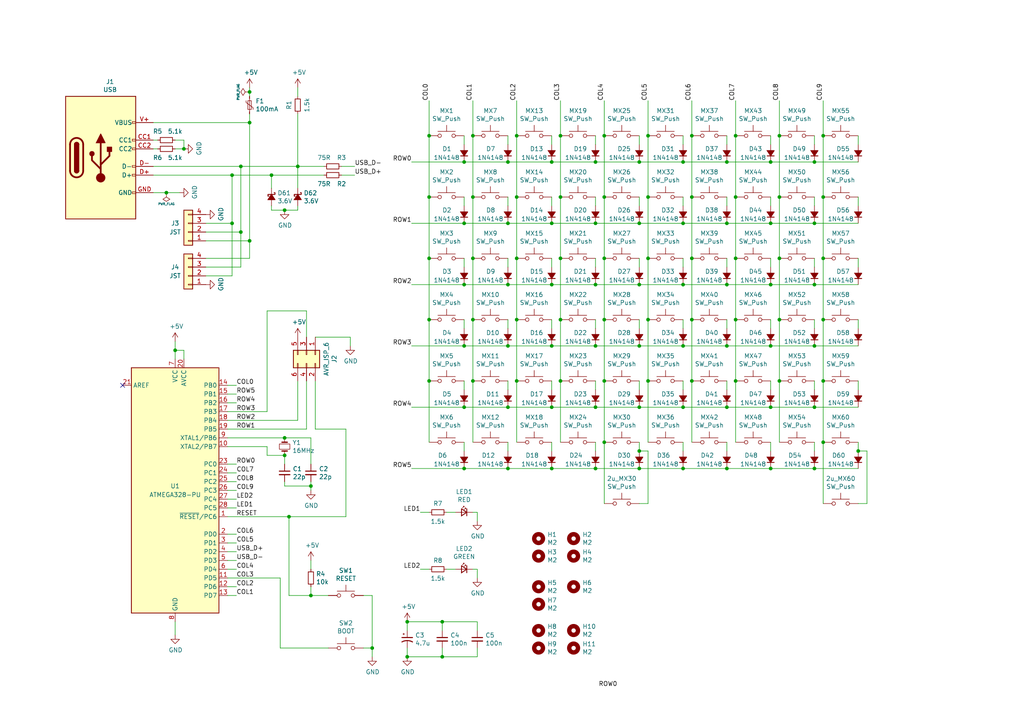
<source format=kicad_sch>
(kicad_sch (version 20211123) (generator eeschema)
  (paper "A4")
  (title_block (title "Lumberjack PCB") (date "2022-02-25") (rev "1.6"))
  (junction (at 198.12 135.89))
  (junction (at 86.36 48.26))
  (junction (at 90.17 140.97))
  (junction (at 223.52 64.77))
  (junction (at 200.66 92.71))
  (junction (at 185.42 64.77))
  (junction (at 160.02 46.99))
  (junction (at 226.06 39.37))
  (junction (at 160.02 100.33))
  (junction (at 185.42 118.11))
  (junction (at 107.95 187.96))
  (junction (at 134.62 135.89))
  (junction (at 134.62 46.99))
  (junction (at 175.26 57.15))
  (junction (at 160.02 118.11))
  (junction (at 67.31 50.8))
  (junction (at 69.85 48.26))
  (junction (at 128.27 190.5))
  (junction (at 185.42 100.33))
  (junction (at 160.02 135.89))
  (junction (at 238.76 128.27))
  (junction (at 134.62 118.11))
  (junction (at 83.82 149.86))
  (junction (at 50.8 101.6))
  (junction (at 82.55 132.08))
  (junction (at 175.26 74.93))
  (junction (at 198.12 64.77))
  (junction (at 213.36 74.93))
  (junction (at 124.46 39.37))
  (junction (at 162.56 74.93))
  (junction (at 137.16 92.71))
  (junction (at 200.66 74.93))
  (junction (at 72.39 26.67))
  (junction (at 210.82 100.33))
  (junction (at 72.39 69.85))
  (junction (at 175.26 39.37))
  (junction (at 124.46 92.71))
  (junction (at 198.12 118.11))
  (junction (at 162.56 110.49))
  (junction (at 82.55 60.96))
  (junction (at 238.76 57.15))
  (junction (at 223.52 82.55))
  (junction (at 149.86 74.93))
  (junction (at 226.06 92.71))
  (junction (at 160.02 64.77))
  (junction (at 172.72 82.55))
  (junction (at 162.56 57.15))
  (junction (at 187.96 57.15))
  (junction (at 236.22 135.89))
  (junction (at 69.85 67.31))
  (junction (at 226.06 110.49))
  (junction (at 226.06 74.93))
  (junction (at 236.22 82.55))
  (junction (at 248.92 130.81))
  (junction (at 90.17 172.72))
  (junction (at 236.22 100.33))
  (junction (at 238.76 39.37))
  (junction (at 72.39 35.56))
  (junction (at 162.56 39.37))
  (junction (at 185.42 82.55))
  (junction (at 124.46 57.15))
  (junction (at 134.62 64.77))
  (junction (at 147.32 100.33))
  (junction (at 147.32 135.89))
  (junction (at 213.36 92.71))
  (junction (at 210.82 118.11))
  (junction (at 149.86 39.37))
  (junction (at 236.22 46.99))
  (junction (at 187.96 39.37))
  (junction (at 137.16 74.93))
  (junction (at 118.11 180.34))
  (junction (at 67.31 64.77))
  (junction (at 175.26 92.71))
  (junction (at 223.52 46.99))
  (junction (at 213.36 57.15))
  (junction (at 185.42 135.89))
  (junction (at 172.72 64.77))
  (junction (at 134.62 100.33))
  (junction (at 149.86 110.49))
  (junction (at 137.16 110.49))
  (junction (at 223.52 135.89))
  (junction (at 213.36 39.37))
  (junction (at 149.86 92.71))
  (junction (at 185.42 46.99))
  (junction (at 236.22 64.77))
  (junction (at 48.26 55.88))
  (junction (at 175.26 128.27))
  (junction (at 172.72 100.33))
  (junction (at 187.96 74.93))
  (junction (at 137.16 57.15))
  (junction (at 175.26 110.49))
  (junction (at 236.22 118.11))
  (junction (at 160.02 82.55))
  (junction (at 124.46 74.93))
  (junction (at 223.52 100.33))
  (junction (at 187.96 92.71))
  (junction (at 238.76 92.71))
  (junction (at 147.32 46.99))
  (junction (at 172.72 118.11))
  (junction (at 198.12 46.99))
  (junction (at 78.74 50.8))
  (junction (at 200.66 39.37))
  (junction (at 223.52 118.11))
  (junction (at 238.76 110.49))
  (junction (at 213.36 110.49))
  (junction (at 198.12 82.55))
  (junction (at 210.82 82.55))
  (junction (at 149.86 57.15))
  (junction (at 172.72 135.89))
  (junction (at 124.46 110.49))
  (junction (at 147.32 118.11))
  (junction (at 200.66 57.15))
  (junction (at 226.06 57.15))
  (junction (at 147.32 64.77))
  (junction (at 200.66 110.49))
  (junction (at 238.76 74.93))
  (junction (at 128.27 180.34))
  (junction (at 210.82 64.77))
  (junction (at 185.42 130.81))
  (junction (at 134.62 82.55))
  (junction (at 147.32 82.55))
  (junction (at 198.12 100.33))
  (junction (at 82.55 127))
  (junction (at 162.56 92.71))
  (junction (at 210.82 46.99))
  (junction (at 210.82 135.89))
  (junction (at 187.96 110.49))
  (junction (at 118.11 190.5))
  (junction (at 53.34 43.18))
  (junction (at 172.72 46.99))
  (junction (at 137.16 39.37))
  (no_connect (at 35.56 111.76))
  (wire (pts (xy 81.28 167.64) (xy 81.28 187.96)))
  (wire (pts (xy 213.36 74.93) (xy 213.36 92.71)))
  (wire (pts (xy 160.02 57.15) (xy 160.02 59.69)))
  (wire (pts (xy 137.16 39.37) (xy 137.16 29.21)))
  (wire (pts (xy 119.38 46.99) (xy 134.62 46.99)))
  (wire (pts (xy 66.04 111.76) (xy 68.58 111.76)))
  (wire (pts (xy 69.85 48.26) (xy 86.36 48.26)))
  (wire (pts (xy 198.12 100.33) (xy 210.82 100.33)))
  (wire (pts (xy 53.34 101.6) (xy 50.8 101.6)))
  (wire (pts (xy 149.86 92.71) (xy 149.86 110.49)))
  (wire (pts (xy 185.42 82.55) (xy 198.12 82.55)))
  (wire (pts (xy 160.02 39.37) (xy 160.02 41.91)))
  (wire (pts (xy 226.06 39.37) (xy 226.06 57.15)))
  (wire (pts (xy 66.04 144.78) (xy 68.58 144.78)))
  (wire (pts (xy 44.45 50.8) (xy 67.31 50.8)))
  (wire (pts (xy 90.17 127) (xy 90.17 134.62)))
  (wire (pts (xy 66.04 170.18) (xy 68.58 170.18)))
  (wire (pts (xy 82.55 139.7) (xy 82.55 140.97)))
  (wire (pts (xy 223.52 110.49) (xy 223.52 113.03)))
  (wire (pts (xy 107.95 187.96) (xy 107.95 190.5)))
  (wire (pts (xy 238.76 57.15) (xy 238.76 74.93)))
  (wire (pts (xy 90.17 172.72) (xy 95.25 172.72)))
  (wire (pts (xy 77.47 129.54) (xy 66.04 129.54)))
  (wire (pts (xy 149.86 39.37) (xy 149.86 29.21)))
  (wire (pts (xy 251.46 130.81) (xy 248.92 130.81)))
  (wire (pts (xy 238.76 74.93) (xy 238.76 92.71)))
  (wire (pts (xy 82.55 140.97) (xy 90.17 140.97)))
  (wire (pts (xy 90.17 142.24) (xy 90.17 140.97)))
  (wire (pts (xy 162.56 74.93) (xy 162.56 57.15)))
  (wire (pts (xy 226.06 57.15) (xy 226.06 74.93)))
  (wire (pts (xy 187.96 130.81) (xy 185.42 130.81)))
  (wire (pts (xy 78.74 50.8) (xy 78.74 54.61)))
  (wire (pts (xy 137.16 74.93) (xy 137.16 92.71)))
  (wire (pts (xy 172.72 92.71) (xy 172.72 95.25)))
  (wire (pts (xy 124.46 148.59) (xy 121.92 148.59)))
  (wire (pts (xy 238.76 92.71) (xy 238.76 110.49)))
  (wire (pts (xy 200.66 57.15) (xy 200.66 39.37)))
  (wire (pts (xy 223.52 74.93) (xy 223.52 77.47)))
  (wire (pts (xy 44.45 43.18) (xy 45.72 43.18)))
  (wire (pts (xy 118.11 187.96) (xy 118.11 190.5)))
  (wire (pts (xy 67.31 64.77) (xy 67.31 80.01)))
  (wire (pts (xy 66.04 142.24) (xy 68.58 142.24)))
  (wire (pts (xy 68.58 154.94) (xy 66.04 154.94)))
  (wire (pts (xy 147.32 46.99) (xy 160.02 46.99)))
  (wire (pts (xy 134.62 74.93) (xy 134.62 77.47)))
  (wire (pts (xy 147.32 64.77) (xy 160.02 64.77)))
  (wire (pts (xy 187.96 57.15) (xy 187.96 39.37)))
  (wire (pts (xy 86.36 110.49) (xy 86.36 121.92)))
  (wire (pts (xy 72.39 69.85) (xy 72.39 74.93)))
  (wire (pts (xy 72.39 33.02) (xy 72.39 35.56)))
  (wire (pts (xy 236.22 92.71) (xy 236.22 95.25)))
  (wire (pts (xy 78.74 50.8) (xy 93.98 50.8)))
  (wire (pts (xy 200.66 74.93) (xy 200.66 57.15)))
  (wire (pts (xy 66.04 119.38) (xy 77.47 119.38)))
  (wire (pts (xy 124.46 74.93) (xy 124.46 57.15)))
  (wire (pts (xy 160.02 82.55) (xy 172.72 82.55)))
  (wire (pts (xy 134.62 64.77) (xy 147.32 64.77)))
  (wire (pts (xy 67.31 50.8) (xy 78.74 50.8)))
  (wire (pts (xy 66.04 147.32) (xy 68.58 147.32)))
  (wire (pts (xy 210.82 118.11) (xy 223.52 118.11)))
  (wire (pts (xy 72.39 74.93) (xy 59.69 74.93)))
  (wire (pts (xy 88.9 90.17) (xy 88.9 97.79)))
  (wire (pts (xy 236.22 39.37) (xy 236.22 41.91)))
  (wire (pts (xy 81.28 187.96) (xy 95.25 187.96)))
  (wire (pts (xy 82.55 132.08) (xy 77.47 132.08)))
  (wire (pts (xy 69.85 48.26) (xy 69.85 67.31)))
  (wire (pts (xy 134.62 92.71) (xy 134.62 95.25)))
  (wire (pts (xy 160.02 135.89) (xy 172.72 135.89)))
  (wire (pts (xy 236.22 82.55) (xy 248.92 82.55)))
  (wire (pts (xy 86.36 60.96) (xy 86.36 59.69)))
  (wire (pts (xy 248.92 110.49) (xy 248.92 113.03)))
  (wire (pts (xy 236.22 100.33) (xy 248.92 100.33)))
  (wire (pts (xy 226.06 110.49) (xy 226.06 128.27)))
  (wire (pts (xy 118.11 180.34) (xy 118.11 182.88)))
  (wire (pts (xy 172.72 128.27) (xy 172.72 130.81)))
  (wire (pts (xy 147.32 118.11) (xy 160.02 118.11)))
  (wire (pts (xy 248.92 146.05) (xy 251.46 146.05)))
  (wire (pts (xy 236.22 128.27) (xy 236.22 130.81)))
  (wire (pts (xy 172.72 110.49) (xy 172.72 113.03)))
  (wire (pts (xy 187.96 74.93) (xy 187.96 57.15)))
  (wire (pts (xy 185.42 57.15) (xy 185.42 59.69)))
  (wire (pts (xy 162.56 92.71) (xy 162.56 110.49)))
  (wire (pts (xy 69.85 67.31) (xy 59.69 67.31)))
  (wire (pts (xy 72.39 25.4) (xy 72.39 26.67)))
  (wire (pts (xy 68.58 134.62) (xy 66.04 134.62)))
  (wire (pts (xy 66.04 165.1) (xy 68.58 165.1)))
  (wire (pts (xy 248.92 57.15) (xy 248.92 59.69)))
  (wire (pts (xy 134.62 135.89) (xy 147.32 135.89)))
  (wire (pts (xy 147.32 135.89) (xy 160.02 135.89)))
  (wire (pts (xy 200.66 29.21) (xy 200.66 39.37)))
  (wire (pts (xy 198.12 64.77) (xy 210.82 64.77)))
  (wire (pts (xy 66.04 157.48) (xy 68.58 157.48)))
  (wire (pts (xy 187.96 110.49) (xy 187.96 128.27)))
  (wire (pts (xy 128.27 187.96) (xy 128.27 190.5)))
  (wire (pts (xy 251.46 146.05) (xy 251.46 130.81)))
  (wire (pts (xy 185.42 46.99) (xy 198.12 46.99)))
  (wire (pts (xy 236.22 135.89) (xy 248.92 135.89)))
  (wire (pts (xy 129.54 165.1) (xy 132.08 165.1)))
  (wire (pts (xy 187.96 92.71) (xy 187.96 110.49)))
  (wire (pts (xy 82.55 132.08) (xy 82.55 134.62)))
  (wire (pts (xy 90.17 140.97) (xy 90.17 139.7)))
  (wire (pts (xy 66.04 137.16) (xy 68.58 137.16)))
  (wire (pts (xy 119.38 64.77) (xy 134.62 64.77)))
  (wire (pts (xy 134.62 110.49) (xy 134.62 113.03)))
  (wire (pts (xy 91.44 97.79) (xy 101.6 97.79)))
  (wire (pts (xy 69.85 77.47) (xy 59.69 77.47)))
  (wire (pts (xy 172.72 82.55) (xy 185.42 82.55)))
  (wire (pts (xy 185.42 146.05) (xy 187.96 146.05)))
  (wire (pts (xy 124.46 110.49) (xy 124.46 128.27)))
  (wire (pts (xy 162.56 110.49) (xy 162.56 128.27)))
  (wire (pts (xy 90.17 170.18) (xy 90.17 172.72)))
  (wire (pts (xy 53.34 43.18) (xy 50.8 43.18)))
  (wire (pts (xy 238.76 110.49) (xy 238.76 128.27)))
  (wire (pts (xy 248.92 39.37) (xy 248.92 41.91)))
  (wire (pts (xy 137.16 74.93) (xy 137.16 57.15)))
  (wire (pts (xy 172.72 135.89) (xy 185.42 135.89)))
  (wire (pts (xy 147.32 92.71) (xy 147.32 95.25)))
  (wire (pts (xy 223.52 100.33) (xy 236.22 100.33)))
  (wire (pts (xy 248.92 74.93) (xy 248.92 77.47)))
  (wire (pts (xy 213.36 92.71) (xy 213.36 110.49)))
  (wire (pts (xy 160.02 128.27) (xy 160.02 130.81)))
  (wire (pts (xy 53.34 40.64) (xy 53.34 43.18)))
  (wire (pts (xy 66.04 167.64) (xy 81.28 167.64)))
  (wire (pts (xy 185.42 135.89) (xy 198.12 135.89)))
  (wire (pts (xy 44.45 40.64) (xy 45.72 40.64)))
  (wire (pts (xy 185.42 39.37) (xy 185.42 41.91)))
  (wire (pts (xy 185.42 128.27) (xy 185.42 130.81)))
  (wire (pts (xy 134.62 100.33) (xy 147.32 100.33)))
  (wire (pts (xy 77.47 129.54) (xy 77.47 132.08)))
  (wire (pts (xy 172.72 46.99) (xy 185.42 46.99)))
  (wire (pts (xy 162.56 57.15) (xy 162.56 39.37)))
  (wire (pts (xy 175.26 57.15) (xy 175.26 39.37)))
  (wire (pts (xy 175.26 74.93) (xy 175.26 92.71)))
  (wire (pts (xy 236.22 110.49) (xy 236.22 113.03)))
  (wire (pts (xy 172.72 64.77) (xy 185.42 64.77)))
  (wire (pts (xy 213.36 39.37) (xy 213.36 57.15)))
  (wire (pts (xy 236.22 118.11) (xy 248.92 118.11)))
  (wire (pts (xy 86.36 48.26) (xy 86.36 54.61)))
  (wire (pts (xy 50.8 104.14) (xy 50.8 101.6)))
  (wire (pts (xy 147.32 82.55) (xy 160.02 82.55)))
  (wire (pts (xy 160.02 118.11) (xy 172.72 118.11)))
  (wire (pts (xy 88.9 110.49) (xy 88.9 124.46)))
  (wire (pts (xy 67.31 64.77) (xy 59.69 64.77)))
  (wire (pts (xy 77.47 119.38) (xy 77.47 90.17)))
  (wire (pts (xy 124.46 39.37) (xy 124.46 29.21)))
  (wire (pts (xy 162.56 39.37) (xy 162.56 29.21)))
  (wire (pts (xy 160.02 64.77) (xy 172.72 64.77)))
  (wire (pts (xy 198.12 128.27) (xy 198.12 130.81)))
  (wire (pts (xy 90.17 165.1) (xy 90.17 162.56)))
  (wire (pts (xy 100.33 124.46) (xy 100.33 149.86)))
  (wire (pts (xy 238.76 29.21) (xy 238.76 39.37)))
  (wire (pts (xy 86.36 48.26) (xy 93.98 48.26)))
  (wire (pts (xy 77.47 90.17) (xy 88.9 90.17)))
  (wire (pts (xy 223.52 128.27) (xy 223.52 130.81)))
  (wire (pts (xy 147.32 110.49) (xy 147.32 113.03)))
  (wire (pts (xy 175.26 128.27) (xy 175.26 146.05)))
  (wire (pts (xy 128.27 190.5) (xy 118.11 190.5)))
  (wire (pts (xy 223.52 118.11) (xy 236.22 118.11)))
  (wire (pts (xy 223.52 39.37) (xy 223.52 41.91)))
  (wire (pts (xy 83.82 149.86) (xy 83.82 172.72)))
  (wire (pts (xy 175.26 74.93) (xy 175.26 57.15)))
  (wire (pts (xy 198.12 92.71) (xy 198.12 95.25)))
  (wire (pts (xy 78.74 59.69) (xy 78.74 60.96)))
  (wire (pts (xy 238.76 128.27) (xy 238.76 146.05)))
  (wire (pts (xy 107.95 172.72) (xy 107.95 187.96)))
  (wire (pts (xy 124.46 165.1) (xy 121.92 165.1)))
  (wire (pts (xy 236.22 57.15) (xy 236.22 59.69)))
  (wire (pts (xy 162.56 74.93) (xy 162.56 92.71)))
  (wire (pts (xy 105.41 187.96) (xy 107.95 187.96)))
  (wire (pts (xy 172.72 100.33) (xy 185.42 100.33)))
  (wire (pts (xy 86.36 33.02) (xy 86.36 48.26)))
  (wire (pts (xy 185.42 100.33) (xy 198.12 100.33)))
  (wire (pts (xy 160.02 92.71) (xy 160.02 95.25)))
  (wire (pts (xy 44.45 35.56) (xy 72.39 35.56)))
  (wire (pts (xy 134.62 46.99) (xy 147.32 46.99)))
  (wire (pts (xy 124.46 57.15) (xy 124.46 39.37)))
  (wire (pts (xy 223.52 64.77) (xy 236.22 64.77)))
  (wire (pts (xy 129.54 148.59) (xy 132.08 148.59)))
  (wire (pts (xy 72.39 69.85) (xy 59.69 69.85)))
  (wire (pts (xy 134.62 82.55) (xy 147.32 82.55)))
  (wire (pts (xy 223.52 46.99) (xy 236.22 46.99)))
  (wire (pts (xy 138.43 190.5) (xy 128.27 190.5)))
  (wire (pts (xy 210.82 135.89) (xy 223.52 135.89)))
  (wire (pts (xy 198.12 82.55) (xy 210.82 82.55)))
  (wire (pts (xy 185.42 110.49) (xy 185.42 113.03)))
  (wire (pts (xy 100.33 149.86) (xy 83.82 149.86)))
  (wire (pts (xy 236.22 64.77) (xy 248.92 64.77)))
  (wire (pts (xy 66.04 160.02) (xy 68.58 160.02)))
  (wire (pts (xy 66.04 139.7) (xy 68.58 139.7)))
  (wire (pts (xy 66.04 114.3) (xy 68.58 114.3)))
  (wire (pts (xy 137.16 110.49) (xy 137.16 128.27)))
  (wire (pts (xy 187.96 39.37) (xy 187.96 29.21)))
  (wire (pts (xy 213.36 29.21) (xy 213.36 39.37)))
  (wire (pts (xy 105.41 172.72) (xy 107.95 172.72)))
  (wire (pts (xy 66.04 116.84) (xy 68.58 116.84)))
  (wire (pts (xy 147.32 39.37) (xy 147.32 41.91)))
  (wire (pts (xy 118.11 180.34) (xy 128.27 180.34)))
  (wire (pts (xy 210.82 110.49) (xy 210.82 113.03)))
  (wire (pts (xy 226.06 92.71) (xy 226.06 110.49)))
  (wire (pts (xy 223.52 57.15) (xy 223.52 59.69)))
  (wire (pts (xy 119.38 82.55) (xy 134.62 82.55)))
  (wire (pts (xy 78.74 60.96) (xy 82.55 60.96)))
  (wire (pts (xy 138.43 165.1) (xy 138.43 167.64)))
  (wire (pts (xy 172.72 39.37) (xy 172.72 41.91)))
  (wire (pts (xy 172.72 74.93) (xy 172.72 77.47)))
  (wire (pts (xy 175.26 92.71) (xy 175.26 110.49)))
  (wire (pts (xy 91.44 124.46) (xy 100.33 124.46)))
  (wire (pts (xy 83.82 172.72) (xy 90.17 172.72)))
  (wire (pts (xy 44.45 55.88) (xy 48.26 55.88)))
  (wire (pts (xy 82.55 60.96) (xy 86.36 60.96)))
  (wire (pts (xy 72.39 26.67) (xy 72.39 27.94)))
  (wire (pts (xy 213.36 74.93) (xy 213.36 57.15)))
  (wire (pts (xy 138.43 187.96) (xy 138.43 190.5)))
  (wire (pts (xy 210.82 92.71) (xy 210.82 95.25)))
  (wire (pts (xy 200.66 110.49) (xy 200.66 128.27)))
  (wire (pts (xy 198.12 39.37) (xy 198.12 41.91)))
  (wire (pts (xy 101.6 97.79) (xy 101.6 100.33)))
  (wire (pts (xy 134.62 118.11) (xy 147.32 118.11)))
  (wire (pts (xy 236.22 46.99) (xy 248.92 46.99)))
  (wire (pts (xy 137.16 92.71) (xy 137.16 110.49)))
  (wire (pts (xy 48.26 55.88) (xy 52.07 55.88)))
  (wire (pts (xy 99.06 48.26) (xy 102.87 48.26)))
  (wire (pts (xy 128.27 180.34) (xy 128.27 182.88)))
  (wire (pts (xy 72.39 35.56) (xy 72.39 69.85)))
  (wire (pts (xy 137.16 148.59) (xy 138.43 148.59)))
  (wire (pts (xy 138.43 148.59) (xy 138.43 151.13)))
  (wire (pts (xy 175.26 39.37) (xy 175.26 29.21)))
  (wire (pts (xy 66.04 121.92) (xy 86.36 121.92)))
  (wire (pts (xy 160.02 46.99) (xy 172.72 46.99)))
  (wire (pts (xy 137.16 57.15) (xy 137.16 39.37)))
  (wire (pts (xy 67.31 80.01) (xy 59.69 80.01)))
  (wire (pts (xy 200.66 92.71) (xy 200.66 110.49)))
  (wire (pts (xy 210.82 39.37) (xy 210.82 41.91)))
  (wire (pts (xy 187.96 74.93) (xy 187.96 92.71)))
  (wire (pts (xy 238.76 39.37) (xy 238.76 57.15)))
  (wire (pts (xy 172.72 57.15) (xy 172.72 59.69)))
  (wire (pts (xy 160.02 110.49) (xy 160.02 113.03)))
  (wire (pts (xy 128.27 180.34) (xy 138.43 180.34)))
  (wire (pts (xy 134.62 39.37) (xy 134.62 41.91)))
  (wire (pts (xy 223.52 92.71) (xy 223.52 95.25)))
  (wire (pts (xy 119.38 118.11) (xy 134.62 118.11)))
  (wire (pts (xy 226.06 29.21) (xy 226.06 39.37)))
  (wire (pts (xy 134.62 57.15) (xy 134.62 59.69)))
  (wire (pts (xy 187.96 146.05) (xy 187.96 130.81)))
  (wire (pts (xy 119.38 100.33) (xy 134.62 100.33)))
  (wire (pts (xy 198.12 118.11) (xy 210.82 118.11)))
  (wire (pts (xy 248.92 92.71) (xy 248.92 95.25)))
  (wire (pts (xy 198.12 135.89) (xy 210.82 135.89)))
  (wire (pts (xy 82.55 127) (xy 90.17 127)))
  (wire (pts (xy 69.85 67.31) (xy 69.85 77.47)))
  (wire (pts (xy 185.42 92.71) (xy 185.42 95.25)))
  (wire (pts (xy 138.43 180.34) (xy 138.43 182.88)))
  (wire (pts (xy 91.44 110.49) (xy 91.44 124.46)))
  (wire (pts (xy 149.86 74.93) (xy 149.86 92.71)))
  (wire (pts (xy 137.16 165.1) (xy 138.43 165.1)))
  (wire (pts (xy 185.42 118.11) (xy 198.12 118.11)))
  (wire (pts (xy 149.86 110.49) (xy 149.86 128.27)))
  (wire (pts (xy 99.06 50.8) (xy 102.87 50.8)))
  (wire (pts (xy 210.82 74.93) (xy 210.82 77.47)))
  (wire (pts (xy 198.12 74.93) (xy 198.12 77.47)))
  (wire (pts (xy 213.36 110.49) (xy 213.36 128.27)))
  (wire (pts (xy 124.46 74.93) (xy 124.46 92.71)))
  (wire (pts (xy 66.04 162.56) (xy 68.58 162.56)))
  (wire (pts (xy 175.26 110.49) (xy 175.26 128.27)))
  (wire (pts (xy 236.22 74.93) (xy 236.22 77.47)))
  (wire (pts (xy 223.52 135.89) (xy 236.22 135.89)))
  (wire (pts (xy 185.42 74.93) (xy 185.42 77.47)))
  (wire (pts (xy 50.8 101.6) (xy 50.8 99.06)))
  (wire (pts (xy 67.31 50.8) (xy 67.31 64.77)))
  (wire (pts (xy 223.52 82.55) (xy 236.22 82.55)))
  (wire (pts (xy 160.02 100.33) (xy 172.72 100.33)))
  (wire (pts (xy 66.04 127) (xy 82.55 127)))
  (wire (pts (xy 66.04 124.46) (xy 88.9 124.46)))
  (wire (pts (xy 198.12 46.99) (xy 210.82 46.99)))
  (wire (pts (xy 147.32 57.15) (xy 147.32 59.69)))
  (wire (pts (xy 198.12 110.49) (xy 198.12 113.03)))
  (wire (pts (xy 147.32 74.93) (xy 147.32 77.47)))
  (wire (pts (xy 66.04 172.72) (xy 68.58 172.72)))
  (wire (pts (xy 210.82 57.15) (xy 210.82 59.69)))
  (wire (pts (xy 200.66 74.93) (xy 200.66 92.71)))
  (wire (pts (xy 210.82 82.55) (xy 223.52 82.55)))
  (wire (pts (xy 185.42 64.77) (xy 198.12 64.77)))
  (wire (pts (xy 134.62 128.27) (xy 134.62 130.81)))
  (wire (pts (xy 50.8 40.64) (xy 53.34 40.64)))
  (wire (pts (xy 119.38 135.89) (xy 134.62 135.89)))
  (wire (pts (xy 147.32 100.33) (xy 160.02 100.33)))
  (wire (pts (xy 210.82 64.77) (xy 223.52 64.77)))
  (wire (pts (xy 160.02 74.93) (xy 160.02 77.47)))
  (wire (pts (xy 149.86 74.93) (xy 149.86 57.15)))
  (wire (pts (xy 172.72 118.11) (xy 185.42 118.11)))
  (wire (pts (xy 198.12 57.15) (xy 198.12 59.69)))
  (wire (pts (xy 226.06 74.93) (xy 226.06 92.71)))
  (wire (pts (xy 149.86 57.15) (xy 149.86 39.37)))
  (wire (pts (xy 210.82 100.33) (xy 223.52 100.33)))
  (wire (pts (xy 210.82 46.99) (xy 223.52 46.99)))
  (wire (pts (xy 86.36 27.94) (xy 86.36 25.4)))
  (wire (pts (xy 124.46 92.71) (xy 124.46 110.49)))
  (wire (pts (xy 50.8 184.15) (xy 50.8 180.34)))
  (wire (pts (xy 53.34 101.6) (xy 53.34 104.14)))
  (wire (pts (xy 44.45 48.26) (xy 69.85 48.26)))
  (wire (pts (xy 248.92 128.27) (xy 248.92 130.81)))
  (wire (pts (xy 210.82 128.27) (xy 210.82 130.81)))
  (wire (pts (xy 147.32 128.27) (xy 147.32 130.81)))
  (wire (pts (xy 66.04 149.86) (xy 83.82 149.86)))
  (label "COL7" (at 213.36 29.21 90))
  (label "COL8" (at 68.58 139.7 0))
  (label "COL5" (at 187.96 29.21 90))
  (label "COL9" (at 68.58 142.24 0))
  (label "ROW3" (at 119.38 100.33 180))
  (label "USB_D+" (at 68.58 160.02 0))
  (label "COL2" (at 149.86 29.21 90))
  (label "COL6" (at 200.66 29.21 90))
  (label "COL0" (at 68.58 111.76 0))
  (label "COL5" (at 68.58 157.48 0))
  (label "COL6" (at 68.58 154.94 0))
  (label "LED1" (at 121.92 148.59 180))
  (label "USB_D-" (at 102.87 48.26 0))
  (label "ROW0" (at 68.58 134.62 0))
  (label "ROW4" (at 68.58 116.84 0))
  (label "ROW0" (at 119.38 46.99 180))
  (label "COL8" (at 226.06 29.21 90))
  (label "ROW2" (at 119.38 82.55 180))
  (label "COL0" (at 124.46 29.21 90))
  (label "COL1" (at 68.58 172.72 0))
  (label "LED2" (at 68.58 144.78 0))
  (label "LED2" (at 121.92 165.1 180))
  (label "ROW1" (at 68.58 124.46 0))
  (label "COL3" (at 68.58 167.64 0))
  (label "ROW4" (at 119.38 118.11 180))
  (label "LED1" (at 68.58 147.32 0))
  (label "USB_D+" (at 102.87 50.8 0))
  (label "ROW1" (at 119.38 64.77 180))
  (label "RESET" (at 68.58 149.86 0))
  (label "ROW5" (at 119.38 135.89 180))
  (label "COL4" (at 175.26 29.21 90))
  (label "COL9" (at 238.76 29.21 90))
  (label "COL4" (at 68.58 165.1 0))
  (label "COL3" (at 162.56 29.21 90))
  (label "ROW5" (at 68.58 114.3 0))
  (label "COL1" (at 137.16 29.21 90))
  (label "ROW3" (at 68.58 119.38 0))
  (label "ROW0" (at 179.07 199.39 180))
  (label "COL2" (at 68.58 170.18 0))
  (label "COL7" (at 68.58 137.16 0))
  (label "USB_D-" (at 68.58 162.56 0))
  (label "ROW2" (at 68.58 121.92 0))
  (symbol (lib_id "Switch:SW_Push") (at 129.54 39.37 0) (mirror y) (unit 1)
    (property "Reference" "MX1" (at 129.54 32.131 0))
    (property "Value" "SW_Push" (at 129.54 34.4424 0))
    (property "Footprint" "lumberjack:MX_Alps_Choc" (effects hide))
  )
  (symbol (lib_id "lumberjack-rescue:D_Small_ALT-Device") (at 134.62 44.45 270) (mirror x) (unit 1)
    (property "Reference" "D1" (at 128.27 43.18 90) (effects (justify left)))
    (property "Value" "1N4148" (at 125.73 45.72 90) (effects (justify left)))
    (property "Footprint" "Diode_THT:D_DO-35_SOD27_P7.62mm_Horizontal" (effects hide))
  )
  (symbol (lib_id "Switch:SW_Push") (at 129.54 57.15 0) (mirror y) (unit 1)
    (property "Reference" "MX2" (at 129.54 49.911 0))
    (property "Value" "SW_Push" (at 129.54 52.2224 0))
    (property "Footprint" "lumberjack:MX_Alps_Choc" (effects hide))
  )
  (symbol (lib_id "lumberjack-rescue:D_Small_ALT-Device") (at 134.62 62.23 270) (mirror x) (unit 1)
    (property "Reference" "D2" (at 128.27 60.96 90) (effects (justify left)))
    (property "Value" "1N4148" (at 125.73 63.5 90) (effects (justify left)))
    (property "Footprint" "Diode_THT:D_DO-35_SOD27_P7.62mm_Horizontal" (effects hide))
  )
  (symbol (lib_id "Switch:SW_Push") (at 129.54 74.93 0) (mirror y) (unit 1)
    (property "Reference" "MX3" (at 129.54 67.691 0))
    (property "Value" "SW_Push" (at 129.54 70.0024 0))
    (property "Footprint" "lumberjack:MX_Alps_Choc" (effects hide))
  )
  (symbol (lib_id "lumberjack-rescue:D_Small_ALT-Device") (at 134.62 80.01 270) (mirror x) (unit 1)
    (property "Reference" "D3" (at 128.27 78.74 90) (effects (justify left)))
    (property "Value" "1N4148" (at 125.73 81.28 90) (effects (justify left)))
    (property "Footprint" "Diode_THT:D_DO-35_SOD27_P7.62mm_Horizontal" (effects hide))
  )
  (symbol (lib_id "Switch:SW_Push") (at 129.54 92.71 0) (mirror y) (unit 1)
    (property "Reference" "MX4" (at 129.54 85.471 0))
    (property "Value" "SW_Push" (at 129.54 87.7824 0))
    (property "Footprint" "lumberjack:MX_Alps_Choc" (effects hide))
  )
  (symbol (lib_id "lumberjack-rescue:D_Small_ALT-Device") (at 134.62 97.79 270) (mirror x) (unit 1)
    (property "Reference" "D4" (at 128.27 96.52 90) (effects (justify left)))
    (property "Value" "1N4148" (at 125.73 99.06 90) (effects (justify left)))
    (property "Footprint" "Diode_THT:D_DO-35_SOD27_P7.62mm_Horizontal" (effects hide))
  )
  (symbol (lib_id "power:PWR_FLAG") (at 72.39 26.67 90) (unit 1)
    (property "Reference" "#FLG03" (effects hide))
    (property "Value" "PWR_FLAG" (at 69.1134 26.67 0) (effects (font (size 0.635 0.635))))
  )
  (symbol (lib_id "Device:LED_Small") (at 134.62 165.1 0) (mirror y) (unit 1)
    (property "Reference" "LED2" (at 134.62 159.131 0))
    (property "Value" "GREEN" (at 134.62 161.4424 0))
    (property "Footprint" "LED_THT:LED_D3.0mm" (effects hide))
  )
  (symbol (lib_id "power:PWR_FLAG") (at 48.26 55.88 180) (unit 1)
    (property "Reference" "#FLG02" (effects hide))
    (property "Value" "PWR_FLAG" (at 48.26 59.1566 0) (effects (font (size 0.635 0.635))))
  )
  (symbol (lib_id "Mechanical:MountingHole") (at 156.21 156.21 0) (unit 1) (in_bom no)
    (property "Reference" "H1" (at 158.75 155.0416 0) (effects (justify left)))
    (property "Value" "M2" (at 158.75 157.353 0) (effects (justify left)))
    (property "Footprint" "lumberjack:MountingHole_M2" (effects hide))
  )
  (symbol (lib_id "Mechanical:MountingHole") (at 166.37 156.21 0) (unit 1) (in_bom no)
    (property "Reference" "H2" (at 168.91 155.0416 0) (effects (justify left)))
    (property "Value" "M2" (at 168.91 157.353 0) (effects (justify left)))
    (property "Footprint" "lumberjack:MountingHole_M2" (effects hide))
  )
  (symbol (lib_id "Mechanical:MountingHole") (at 156.21 161.29 0) (unit 1) (in_bom no)
    (property "Reference" "H3" (at 158.75 160.1216 0) (effects (justify left)))
    (property "Value" "M2" (at 158.75 162.433 0) (effects (justify left)))
    (property "Footprint" "lumberjack:MountingHole_M2" (effects hide))
  )
  (symbol (lib_id "power:GND") (at 138.43 167.64 0) (unit 1)
    (property "Reference" "#PWR014" (effects hide))
    (property "Value" "GND" (at 138.557 172.0342 0))
  )
  (symbol (lib_id "Mechanical:MountingHole") (at 166.37 161.29 0) (unit 1) (in_bom no)
    (property "Reference" "H4" (at 168.91 160.1216 0) (effects (justify left)))
    (property "Value" "M2" (at 168.91 162.433 0) (effects (justify left)))
    (property "Footprint" "lumberjack:MountingHole_M2" (effects hide))
  )
  (symbol (lib_id "power:+5V") (at 118.11 180.34 0) (unit 1)
    (property "Reference" "#PWR02" (effects hide))
    (property "Value" "+5V" (at 118.491 175.9458 0))
  )
  (symbol (lib_id "Switch:SW_Push") (at 142.24 39.37 0) (mirror y) (unit 1)
    (property "Reference" "MX7" (at 142.24 32.131 0))
    (property "Value" "SW_Push" (at 142.24 34.4424 0))
    (property "Footprint" "lumberjack:MX_Alps_Choc" (effects hide))
  )
  (symbol (lib_id "lumberjack-rescue:D_Small_ALT-Device") (at 147.32 44.45 270) (mirror x) (unit 1)
    (property "Reference" "D7" (at 140.97 43.18 90) (effects (justify left)))
    (property "Value" "1N4148" (at 138.43 45.72 90) (effects (justify left)))
    (property "Footprint" "Diode_THT:D_DO-35_SOD27_P7.62mm_Horizontal" (effects hide))
  )
  (symbol (lib_id "Switch:SW_Push") (at 142.24 57.15 0) (mirror y) (unit 1)
    (property "Reference" "MX8" (at 142.24 49.911 0))
    (property "Value" "SW_Push" (at 142.24 52.2224 0))
    (property "Footprint" "lumberjack:MX_Alps_Choc_NTHSTH" (effects hide))
  )
  (symbol (lib_id "lumberjack-rescue:D_Small_ALT-Device") (at 147.32 62.23 270) (mirror x) (unit 1)
    (property "Reference" "D8" (at 140.97 60.96 90) (effects (justify left)))
    (property "Value" "1N4148" (at 138.43 63.5 90) (effects (justify left)))
    (property "Footprint" "Diode_THT:D_DO-35_SOD27_P7.62mm_Horizontal" (effects hide))
  )
  (symbol (lib_id "Switch:SW_Push") (at 142.24 74.93 0) (mirror y) (unit 1)
    (property "Reference" "MX9" (at 142.24 67.691 0))
    (property "Value" "SW_Push" (at 142.24 70.0024 0))
    (property "Footprint" "lumberjack:MX_Alps_Choc" (effects hide))
  )
  (symbol (lib_id "lumberjack-rescue:D_Small_ALT-Device") (at 147.32 80.01 270) (mirror x) (unit 1)
    (property "Reference" "D9" (at 140.97 78.74 90) (effects (justify left)))
    (property "Value" "1N4148" (at 138.43 81.28 90) (effects (justify left)))
    (property "Footprint" "Diode_THT:D_DO-35_SOD27_P7.62mm_Horizontal" (effects hide))
  )
  (symbol (lib_id "Switch:SW_Push") (at 142.24 92.71 0) (mirror y) (unit 1)
    (property "Reference" "MX10" (at 142.24 85.471 0))
    (property "Value" "SW_Push" (at 142.24 87.7824 0))
    (property "Footprint" "lumberjack:MX_Alps_Choc" (effects hide))
  )
  (symbol (lib_id "lumberjack-rescue:D_Small_ALT-Device") (at 147.32 97.79 270) (mirror x) (unit 1)
    (property "Reference" "D10" (at 140.97 96.52 90) (effects (justify left)))
    (property "Value" "1N4148" (at 138.43 99.06 90) (effects (justify left)))
    (property "Footprint" "Diode_THT:D_DO-35_SOD27_P7.62mm_Horizontal" (effects hide))
  )
  (symbol (lib_id "Switch:SW_Push") (at 154.94 39.37 0) (mirror y) (unit 1)
    (property "Reference" "MX13" (at 154.94 32.131 0))
    (property "Value" "SW_Push" (at 154.94 34.4424 0))
    (property "Footprint" "lumberjack:MX_Alps_Choc" (effects hide))
  )
  (symbol (lib_id "lumberjack-rescue:D_Small_ALT-Device") (at 160.02 44.45 270) (mirror x) (unit 1)
    (property "Reference" "D13" (at 153.67 43.18 90) (effects (justify left)))
    (property "Value" "1N4148" (at 151.13 45.72 90) (effects (justify left)))
    (property "Footprint" "Diode_THT:D_DO-35_SOD27_P7.62mm_Horizontal" (effects hide))
  )
  (symbol (lib_id "Switch:SW_Push") (at 154.94 57.15 0) (mirror y) (unit 1)
    (property "Reference" "MX14" (at 154.94 49.911 0))
    (property "Value" "SW_Push" (at 154.94 52.2224 0))
    (property "Footprint" "lumberjack:MX_Alps_Choc" (effects hide))
  )
  (symbol (lib_id "lumberjack-rescue:D_Small_ALT-Device") (at 160.02 62.23 270) (mirror x) (unit 1)
    (property "Reference" "D14" (at 153.67 60.96 90) (effects (justify left)))
    (property "Value" "1N4148" (at 151.13 63.5 90) (effects (justify left)))
    (property "Footprint" "Diode_THT:D_DO-35_SOD27_P7.62mm_Horizontal" (effects hide))
  )
  (symbol (lib_id "Switch:SW_Push") (at 154.94 74.93 0) (mirror y) (unit 1)
    (property "Reference" "MX15" (at 154.94 67.691 0))
    (property "Value" "SW_Push" (at 154.94 70.0024 0))
    (property "Footprint" "lumberjack:MX_Alps_Choc" (effects hide))
  )
  (symbol (lib_id "lumberjack-rescue:D_Small_ALT-Device") (at 160.02 80.01 270) (mirror x) (unit 1)
    (property "Reference" "D15" (at 153.67 78.74 90) (effects (justify left)))
    (property "Value" "1N4148" (at 151.13 81.28 90) (effects (justify left)))
    (property "Footprint" "Diode_THT:D_DO-35_SOD27_P7.62mm_Horizontal" (effects hide))
  )
  (symbol (lib_id "Switch:SW_Push") (at 154.94 92.71 0) (mirror y) (unit 1)
    (property "Reference" "MX16" (at 154.94 85.471 0))
    (property "Value" "SW_Push" (at 154.94 87.7824 0))
    (property "Footprint" "lumberjack:MX_Alps_Choc" (effects hide))
  )
  (symbol (lib_id "lumberjack-rescue:D_Small_ALT-Device") (at 160.02 97.79 270) (mirror x) (unit 1)
    (property "Reference" "D16" (at 153.67 96.52 90) (effects (justify left)))
    (property "Value" "1N4148" (at 151.13 99.06 90) (effects (justify left)))
    (property "Footprint" "Diode_THT:D_DO-35_SOD27_P7.62mm_Horizontal" (effects hide))
  )
  (symbol (lib_id "Switch:SW_Push") (at 167.64 39.37 0) (mirror y) (unit 1)
    (property "Reference" "MX19" (at 167.64 32.131 0))
    (property "Value" "SW_Push" (at 167.64 34.4424 0))
    (property "Footprint" "lumberjack:MX_Alps_Choc" (effects hide))
  )
  (symbol (lib_id "lumberjack-rescue:D_Small_ALT-Device") (at 172.72 44.45 270) (mirror x) (unit 1)
    (property "Reference" "D19" (at 166.37 43.18 90) (effects (justify left)))
    (property "Value" "1N4148" (at 163.83 45.72 90) (effects (justify left)))
    (property "Footprint" "Diode_THT:D_DO-35_SOD27_P7.62mm_Horizontal" (effects hide))
  )
  (symbol (lib_id "Switch:SW_Push") (at 167.64 57.15 0) (mirror y) (unit 1)
    (property "Reference" "MX20" (at 167.64 49.911 0))
    (property "Value" "SW_Push" (at 167.64 52.2224 0))
    (property "Footprint" "lumberjack:MX_Alps_Choc" (effects hide))
  )
  (symbol (lib_id "lumberjack-rescue:D_Small_ALT-Device") (at 172.72 62.23 270) (mirror x) (unit 1)
    (property "Reference" "D20" (at 166.37 60.96 90) (effects (justify left)))
    (property "Value" "1N4148" (at 163.83 63.5 90) (effects (justify left)))
    (property "Footprint" "Diode_THT:D_DO-35_SOD27_P7.62mm_Horizontal" (effects hide))
  )
  (symbol (lib_id "Switch:SW_Push") (at 167.64 74.93 0) (mirror y) (unit 1)
    (property "Reference" "MX21" (at 167.64 67.691 0))
    (property "Value" "SW_Push" (at 167.64 70.0024 0))
    (property "Footprint" "lumberjack:MX_Alps_Choc" (effects hide))
  )
  (symbol (lib_id "lumberjack-rescue:D_Small_ALT-Device") (at 172.72 80.01 270) (mirror x) (unit 1)
    (property "Reference" "D21" (at 166.37 78.74 90) (effects (justify left)))
    (property "Value" "1N4148" (at 163.83 81.28 90) (effects (justify left)))
    (property "Footprint" "Diode_THT:D_DO-35_SOD27_P7.62mm_Horizontal" (effects hide))
  )
  (symbol (lib_id "Switch:SW_Push") (at 167.64 92.71 0) (mirror y) (unit 1)
    (property "Reference" "MX22" (at 167.64 85.471 0))
    (property "Value" "SW_Push" (at 167.64 87.7824 0))
    (property "Footprint" "lumberjack:MX_Alps_Choc" (effects hide))
  )
  (symbol (lib_id "lumberjack-rescue:D_Small_ALT-Device") (at 172.72 97.79 270) (mirror x) (unit 1)
    (property "Reference" "D22" (at 166.37 96.52 90) (effects (justify left)))
    (property "Value" "1N4148" (at 163.83 99.06 90) (effects (justify left)))
    (property "Footprint" "Diode_THT:D_DO-35_SOD27_P7.62mm_Horizontal" (effects hide))
  )
  (symbol (lib_id "Switch:SW_Push") (at 180.34 39.37 0) (mirror y) (unit 1)
    (property "Reference" "MX25" (at 180.34 32.131 0))
    (property "Value" "SW_Push" (at 180.34 34.4424 0))
    (property "Footprint" "lumberjack:MX_Alps_Choc" (effects hide))
  )
  (symbol (lib_id "lumberjack-rescue:D_Small_ALT-Device") (at 185.42 44.45 270) (mirror x) (unit 1)
    (property "Reference" "D25" (at 179.07 43.18 90) (effects (justify left)))
    (property "Value" "1N4148" (at 176.53 45.72 90) (effects (justify left)))
    (property "Footprint" "Diode_THT:D_DO-35_SOD27_P7.62mm_Horizontal" (effects hide))
  )
  (symbol (lib_id "Switch:SW_Push") (at 180.34 57.15 0) (mirror y) (unit 1)
    (property "Reference" "MX26" (at 180.34 49.911 0))
    (property "Value" "SW_Push" (at 180.34 52.2224 0))
    (property "Footprint" "lumberjack:MX_Alps_Choc" (effects hide))
  )
  (symbol (lib_id "lumberjack-rescue:D_Small_ALT-Device") (at 185.42 62.23 270) (mirror x) (unit 1)
    (property "Reference" "D26" (at 179.07 60.96 90) (effects (justify left)))
    (property "Value" "1N4148" (at 176.53 63.5 90) (effects (justify left)))
    (property "Footprint" "Diode_THT:D_DO-35_SOD27_P7.62mm_Horizontal" (effects hide))
  )
  (symbol (lib_id "Switch:SW_Push") (at 180.34 74.93 0) (mirror y) (unit 1)
    (property "Reference" "MX27" (at 180.34 67.691 0))
    (property "Value" "SW_Push" (at 180.34 70.0024 0))
    (property "Footprint" "lumberjack:MX_Alps_Choc" (effects hide))
  )
  (symbol (lib_id "lumberjack-rescue:D_Small_ALT-Device") (at 185.42 80.01 270) (mirror x) (unit 1)
    (property "Reference" "D27" (at 179.07 78.74 90) (effects (justify left)))
    (property "Value" "1N4148" (at 176.53 81.28 90) (effects (justify left)))
    (property "Footprint" "Diode_THT:D_DO-35_SOD27_P7.62mm_Horizontal" (effects hide))
  )
  (symbol (lib_id "Switch:SW_Push") (at 180.34 92.71 0) (mirror y) (unit 1)
    (property "Reference" "MX28" (at 180.34 85.471 0))
    (property "Value" "SW_Push" (at 180.34 87.7824 0))
    (property "Footprint" "lumberjack:MX_Alps_Choc" (effects hide))
  )
  (symbol (lib_id "lumberjack-rescue:D_Small_ALT-Device") (at 185.42 97.79 270) (mirror x) (unit 1)
    (property "Reference" "D28" (at 179.07 96.52 90) (effects (justify left)))
    (property "Value" "1N4148" (at 176.53 99.06 90) (effects (justify left)))
    (property "Footprint" "Diode_THT:D_DO-35_SOD27_P7.62mm_Horizontal" (effects hide))
  )
  (symbol (lib_id "Switch:SW_Push") (at 193.04 39.37 0) (mirror y) (unit 1)
    (property "Reference" "MX31" (at 193.04 32.131 0))
    (property "Value" "SW_Push" (at 193.04 34.4424 0))
    (property "Footprint" "lumberjack:MX_Alps_Choc" (effects hide))
  )
  (symbol (lib_id "lumberjack-rescue:D_Small_ALT-Device") (at 198.12 44.45 270) (mirror x) (unit 1)
    (property "Reference" "D31" (at 191.77 43.18 90) (effects (justify left)))
    (property "Value" "1N4148" (at 189.23 45.72 90) (effects (justify left)))
    (property "Footprint" "Diode_THT:D_DO-35_SOD27_P7.62mm_Horizontal" (effects hide))
  )
  (symbol (lib_id "Switch:SW_Push") (at 193.04 57.15 0) (mirror y) (unit 1)
    (property "Reference" "MX32" (at 193.04 49.911 0))
    (property "Value" "SW_Push" (at 193.04 52.2224 0))
    (property "Footprint" "lumberjack:MX_Alps_Choc" (effects hide))
  )
  (symbol (lib_id "lumberjack-rescue:D_Small_ALT-Device") (at 198.12 62.23 270) (mirror x) (unit 1)
    (property "Reference" "D32" (at 191.77 60.96 90) (effects (justify left)))
    (property "Value" "1N4148" (at 189.23 63.5 90) (effects (justify left)))
    (property "Footprint" "Diode_THT:D_DO-35_SOD27_P7.62mm_Horizontal" (effects hide))
  )
  (symbol (lib_id "Switch:SW_Push") (at 193.04 74.93 0) (mirror y) (unit 1)
    (property "Reference" "MX33" (at 193.04 67.691 0))
    (property "Value" "SW_Push" (at 193.04 70.0024 0))
    (property "Footprint" "lumberjack:MX_Alps_Choc" (effects hide))
  )
  (symbol (lib_id "lumberjack-rescue:D_Small_ALT-Device") (at 198.12 80.01 270) (mirror x) (unit 1)
    (property "Reference" "D33" (at 191.77 78.74 90) (effects (justify left)))
    (property "Value" "1N4148" (at 189.23 81.28 90) (effects (justify left)))
    (property "Footprint" "Diode_THT:D_DO-35_SOD27_P7.62mm_Horizontal" (effects hide))
  )
  (symbol (lib_id "Switch:SW_Push") (at 193.04 92.71 0) (mirror y) (unit 1)
    (property "Reference" "MX34" (at 193.04 85.471 0))
    (property "Value" "SW_Push" (at 193.04 87.7824 0))
    (property "Footprint" "lumberjack:MX_Alps_Choc" (effects hide))
  )
  (symbol (lib_id "lumberjack-rescue:D_Small_ALT-Device") (at 198.12 97.79 270) (mirror x) (unit 1)
    (property "Reference" "D34" (at 191.77 96.52 90) (effects (justify left)))
    (property "Value" "1N4148" (at 189.23 99.06 90) (effects (justify left)))
    (property "Footprint" "Diode_THT:D_DO-35_SOD27_P7.62mm_Horizontal" (effects hide))
  )
  (symbol (lib_id "Switch:SW_Push") (at 205.74 39.37 0) (mirror y) (unit 1)
    (property "Reference" "MX37" (at 205.74 32.131 0))
    (property "Value" "SW_Push" (at 205.74 34.4424 0))
    (property "Footprint" "lumberjack:MX_Alps_Choc" (effects hide))
  )
  (symbol (lib_id "lumberjack-rescue:D_Small_ALT-Device") (at 210.82 44.45 270) (mirror x) (unit 1)
    (property "Reference" "D37" (at 204.47 43.18 90) (effects (justify left)))
    (property "Value" "1N4148" (at 201.93 45.72 90) (effects (justify left)))
    (property "Footprint" "Diode_THT:D_DO-35_SOD27_P7.62mm_Horizontal" (effects hide))
  )
  (symbol (lib_id "Switch:SW_Push") (at 205.74 57.15 0) (mirror y) (unit 1)
    (property "Reference" "MX38" (at 205.74 49.911 0))
    (property "Value" "SW_Push" (at 205.74 52.2224 0))
    (property "Footprint" "lumberjack:MX_Alps_Choc" (effects hide))
  )
  (symbol (lib_id "lumberjack-rescue:D_Small_ALT-Device") (at 210.82 62.23 270) (mirror x) (unit 1)
    (property "Reference" "D38" (at 204.47 60.96 90) (effects (justify left)))
    (property "Value" "1N4148" (at 201.93 63.5 90) (effects (justify left)))
    (property "Footprint" "Diode_THT:D_DO-35_SOD27_P7.62mm_Horizontal" (effects hide))
  )
  (symbol (lib_id "Switch:SW_Push") (at 205.74 74.93 0) (mirror y) (unit 1)
    (property "Reference" "MX39" (at 205.74 67.691 0))
    (property "Value" "SW_Push" (at 205.74 70.0024 0))
    (property "Footprint" "lumberjack:MX_Alps_Choc" (effects hide))
  )
  (symbol (lib_id "lumberjack-rescue:D_Small_ALT-Device") (at 210.82 80.01 270) (mirror x) (unit 1)
    (property "Reference" "D39" (at 204.47 78.74 90) (effects (justify left)))
    (property "Value" "1N4148" (at 201.93 81.28 90) (effects (justify left)))
    (property "Footprint" "Diode_THT:D_DO-35_SOD27_P7.62mm_Horizontal" (effects hide))
  )
  (symbol (lib_id "Switch:SW_Push") (at 205.74 92.71 0) (mirror y) (unit 1)
    (property "Reference" "MX40" (at 205.74 85.471 0))
    (property "Value" "SW_Push" (at 205.74 87.7824 0))
    (property "Footprint" "lumberjack:MX_Alps_Choc" (effects hide))
  )
  (symbol (lib_id "lumberjack-rescue:D_Small_ALT-Device") (at 210.82 97.79 270) (mirror x) (unit 1)
    (property "Reference" "D40" (at 204.47 96.52 90) (effects (justify left)))
    (property "Value" "1N4148" (at 201.93 99.06 90) (effects (justify left)))
    (property "Footprint" "Diode_THT:D_DO-35_SOD27_P7.62mm_Horizontal" (effects hide))
  )
  (symbol (lib_id "Switch:SW_Push") (at 218.44 39.37 0) (mirror y) (unit 1)
    (property "Reference" "MX43" (at 218.44 32.131 0))
    (property "Value" "SW_Push" (at 218.44 34.4424 0))
    (property "Footprint" "lumberjack:MX_Alps_Choc" (effects hide))
  )
  (symbol (lib_id "lumberjack-rescue:D_Small_ALT-Device") (at 223.52 44.45 270) (mirror x) (unit 1)
    (property "Reference" "D43" (at 217.17 43.18 90) (effects (justify left)))
    (property "Value" "1N4148" (at 214.63 45.72 90) (effects (justify left)))
    (property "Footprint" "Diode_THT:D_DO-35_SOD27_P7.62mm_Horizontal" (effects hide))
  )
  (symbol (lib_id "Switch:SW_Push") (at 218.44 57.15 0) (mirror y) (unit 1)
    (property "Reference" "MX44" (at 218.44 49.911 0))
    (property "Value" "SW_Push" (at 218.44 52.2224 0))
    (property "Footprint" "lumberjack:MX_Alps_Choc" (effects hide))
  )
  (symbol (lib_id "lumberjack-rescue:D_Small_ALT-Device") (at 223.52 62.23 270) (mirror x) (unit 1)
    (property "Reference" "D44" (at 217.17 60.96 90) (effects (justify left)))
    (property "Value" "1N4148" (at 214.63 63.5 90) (effects (justify left)))
    (property "Footprint" "Diode_THT:D_DO-35_SOD27_P7.62mm_Horizontal" (effects hide))
  )
  (symbol (lib_id "Switch:SW_Push") (at 218.44 74.93 0) (mirror y) (unit 1)
    (property "Reference" "MX45" (at 218.44 67.691 0))
    (property "Value" "SW_Push" (at 218.44 70.0024 0))
    (property "Footprint" "lumberjack:MX_Alps_Choc" (effects hide))
  )
  (symbol (lib_id "lumberjack-rescue:D_Small_ALT-Device") (at 223.52 80.01 270) (mirror x) (unit 1)
    (property "Reference" "D45" (at 217.17 78.74 90) (effects (justify left)))
    (property "Value" "1N4148" (at 214.63 81.28 90) (effects (justify left)))
    (property "Footprint" "Diode_THT:D_DO-35_SOD27_P7.62mm_Horizontal" (effects hide))
  )
  (symbol (lib_id "Switch:SW_Push") (at 218.44 92.71 0) (mirror y) (unit 1)
    (property "Reference" "MX46" (at 218.44 85.471 0))
    (property "Value" "SW_Push" (at 218.44 87.7824 0))
    (property "Footprint" "lumberjack:MX_Alps_Choc" (effects hide))
  )
  (symbol (lib_id "lumberjack-rescue:D_Small_ALT-Device") (at 223.52 97.79 270) (mirror x) (unit 1)
    (property "Reference" "D46" (at 217.17 96.52 90) (effects (justify left)))
    (property "Value" "1N4148" (at 214.63 99.06 90) (effects (justify left)))
    (property "Footprint" "Diode_THT:D_DO-35_SOD27_P7.62mm_Horizontal" (effects hide))
  )
  (symbol (lib_id "Switch:SW_Push") (at 231.14 39.37 0) (mirror y) (unit 1)
    (property "Reference" "MX49" (at 231.14 32.131 0))
    (property "Value" "SW_Push" (at 231.14 34.4424 0))
    (property "Footprint" "lumberjack:MX_Alps_Choc" (effects hide))
  )
  (symbol (lib_id "lumberjack-rescue:D_Small_ALT-Device") (at 236.22 44.45 270) (mirror x) (unit 1)
    (property "Reference" "D49" (at 229.87 43.18 90) (effects (justify left)))
    (property "Value" "1N4148" (at 227.33 45.72 90) (effects (justify left)))
    (property "Footprint" "Diode_THT:D_DO-35_SOD27_P7.62mm_Horizontal" (effects hide))
  )
  (symbol (lib_id "Switch:SW_Push") (at 231.14 57.15 0) (mirror y) (unit 1)
    (property "Reference" "MX50" (at 231.14 49.911 0))
    (property "Value" "SW_Push" (at 231.14 52.2224 0))
    (property "Footprint" "lumberjack:MX_Alps_Choc" (effects hide))
  )
  (symbol (lib_id "lumberjack-rescue:D_Small_ALT-Device") (at 236.22 62.23 270) (mirror x) (unit 1)
    (property "Reference" "D50" (at 229.87 60.96 90) (effects (justify left)))
    (property "Value" "1N4148" (at 227.33 63.5 90) (effects (justify left)))
    (property "Footprint" "Diode_THT:D_DO-35_SOD27_P7.62mm_Horizontal" (effects hide))
  )
  (symbol (lib_id "Switch:SW_Push") (at 231.14 74.93 0) (mirror y) (unit 1)
    (property "Reference" "MX51" (at 231.14 67.691 0))
    (property "Value" "SW_Push" (at 231.14 70.0024 0))
    (property "Footprint" "lumberjack:MX_Alps_Choc" (effects hide))
  )
  (symbol (lib_id "lumberjack-rescue:D_Small_ALT-Device") (at 236.22 80.01 270) (mirror x) (unit 1)
    (property "Reference" "D51" (at 229.87 78.74 90) (effects (justify left)))
    (property "Value" "1N4148" (at 227.33 81.28 90) (effects (justify left)))
    (property "Footprint" "Diode_THT:D_DO-35_SOD27_P7.62mm_Horizontal" (effects hide))
  )
  (symbol (lib_id "Switch:SW_Push") (at 231.14 92.71 0) (mirror y) (unit 1)
    (property "Reference" "MX52" (at 231.14 85.471 0))
    (property "Value" "SW_Push" (at 231.14 87.7824 0))
    (property "Footprint" "lumberjack:MX_Alps_Choc" (effects hide))
  )
  (symbol (lib_id "lumberjack-rescue:D_Small_ALT-Device") (at 236.22 97.79 270) (mirror x) (unit 1)
    (property "Reference" "D52" (at 229.87 96.52 90) (effects (justify left)))
    (property "Value" "1N4148" (at 227.33 99.06 90) (effects (justify left)))
    (property "Footprint" "Diode_THT:D_DO-35_SOD27_P7.62mm_Horizontal" (effects hide))
  )
  (symbol (lib_id "Device:R_Small") (at 127 165.1 90) (unit 1)
    (property "Reference" "R8" (at 127 162.56 90))
    (property "Value" "1.5k" (at 127 167.767 90))
    (property "Footprint" "Resistor_THT:R_Axial_DIN0204_L3.6mm_D1.6mm_P7.62mm_Horizontal" (effects hide))
  )
  (symbol (lib_id "lumberjack-rescue:CP1_Small-Device") (at 118.11 185.42 0) (unit 1)
    (property "Reference" "C3" (at 120.4214 184.2516 0) (effects (justify left)))
    (property "Value" "4.7u" (at 120.4214 186.563 0) (effects (justify left)))
    (property "Footprint" "Capacitor_THT:CP_Radial_D4.0mm_P1.50mm" (effects hide))
  )
  (symbol (lib_id "lumberjack-rescue:ATmega328P-PU-MCU_Microchip_ATmega") (at 50.8 142.24 0) (unit 1)
    (property "Reference" "U1" (at 50.8 140.97 0))
    (property "Value" "ATMEGA328-PU" (at 50.8 143.51 0))
    (property "Footprint" "Package_DIP:DIP-28_W7.62mm" (effects hide))
    (property "Datasheet" "http://www.atmel.com/images/atmel-8271-8-bit-avr-microcontroller-atmega48a-48pa-88a-88pa-168a-168pa-328-328p_datasheet.pdf" (effects hide))
  )
  (symbol (lib_id "power:+5V") (at 50.8 99.06 0) (unit 1)
    (property "Reference" "#PWR06" (effects hide))
    (property "Value" "+5V" (at 51.181 94.6658 0))
  )
  (symbol (lib_id "power:GND") (at 118.11 190.5 0) (unit 1)
    (property "Reference" "#PWR03" (effects hide))
    (property "Value" "GND" (at 118.237 194.8942 0))
  )
  (symbol (lib_id "power:GND") (at 50.8 184.15 0) (unit 1)
    (property "Reference" "#PWR07" (effects hide))
    (property "Value" "GND" (at 50.927 188.5442 0))
  )
  (symbol (lib_id "lumberjack-rescue:D_Schottky_Small_ALT-Device") (at 78.74 57.15 270) (unit 1)
    (property "Reference" "D61" (at 80.4672 55.9816 90) (effects (justify left)))
    (property "Value" "3.6V" (at 80.4672 58.293 90) (effects (justify left)))
    (property "Footprint" "Diode_THT:D_DO-35_SOD27_P7.62mm_Horizontal" (effects hide))
  )
  (symbol (lib_id "lumberjack-rescue:D_Schottky_Small_ALT-Device") (at 86.36 57.15 270) (unit 1)
    (property "Reference" "D62" (at 88.0872 55.9816 90) (effects (justify left)))
    (property "Value" "3.6V" (at 88.0872 58.293 90) (effects (justify left)))
    (property "Footprint" "Diode_THT:D_DO-35_SOD27_P7.62mm_Horizontal" (effects hide))
  )
  (symbol (lib_id "Device:R_Small") (at 86.36 30.48 180) (unit 1)
    (property "Reference" "R1" (at 83.82 30.48 90))
    (property "Value" "1.5k" (at 89.027 30.48 90))
    (property "Footprint" "Resistor_THT:R_Axial_DIN0204_L3.6mm_D1.6mm_P7.62mm_Horizontal" (effects hide))
  )
  (symbol (lib_id "power:+5V") (at 86.36 25.4 0) (unit 1)
    (property "Reference" "#PWR05" (effects hide))
    (property "Value" "+5V" (at 86.741 21.0058 0))
  )
  (symbol (lib_id "Device:Polyfuse_Small") (at 72.39 30.48 180) (unit 1)
    (property "Reference" "F1" (at 74.1172 29.3116 0) (effects (justify right)))
    (property "Value" "100mA" (at 74.1172 31.623 0) (effects (justify right)))
    (property "Footprint" "Fuse:Fuse_Bourns_MF-RHT100" (effects hide))
  )
  (symbol (lib_id "power:+5V") (at 72.39 25.4 0) (unit 1)
    (property "Reference" "#PWR08" (effects hide))
    (property "Value" "+5V" (at 72.771 21.0058 0))
  )
  (symbol (lib_id "Device:C_Small") (at 128.27 185.42 0) (unit 1)
    (property "Reference" "C4" (at 130.6068 184.2516 0) (effects (justify left)))
    (property "Value" "100n" (at 130.6068 186.563 0) (effects (justify left)))
    (property "Footprint" "Capacitor_THT:C_Disc_D4.3mm_W1.9mm_P5.00mm" (effects hide))
  )
  (symbol (lib_id "Device:R_Small") (at 96.52 50.8 90) (unit 1)
    (property "Reference" "R2" (at 99.06 53.34 90))
    (property "Value" "75R" (at 93.98 53.34 90))
    (property "Footprint" "Resistor_THT:R_Axial_DIN0204_L3.6mm_D1.6mm_P7.62mm_Horizontal" (effects hide))
  )
  (symbol (lib_id "Device:R_Small") (at 96.52 48.26 90) (unit 1)
    (property "Reference" "R3" (at 99.06 45.72 90))
    (property "Value" "75R" (at 93.98 45.72 90))
    (property "Footprint" "Resistor_THT:R_Axial_DIN0204_L3.6mm_D1.6mm_P7.62mm_Horizontal" (effects hide))
  )
  (symbol (lib_id "Device:C_Small") (at 138.43 185.42 0) (unit 1)
    (property "Reference" "C5" (at 140.7668 184.2516 0) (effects (justify left)))
    (property "Value" "100n" (at 140.7668 186.563 0) (effects (justify left)))
    (property "Footprint" "Capacitor_THT:C_Disc_D4.3mm_W1.9mm_P5.00mm" (effects hide))
  )
  (symbol (lib_id "Switch:SW_Push") (at 100.33 172.72 0) (unit 1)
    (property "Reference" "SW1" (at 100.33 165.481 0))
    (property "Value" "RESET" (at 100.33 167.7924 0))
    (property "Footprint" "Button_Switch_THT:SW_PUSH_6mm" (effects hide))
  )
  (symbol (lib_id "Device:Crystal_Small") (at 82.55 129.54 270) (unit 1)
    (property "Reference" "Y1" (at 84.7852 128.3716 90) (effects (justify left)))
    (property "Value" "16MHz" (at 84.7852 130.683 90) (effects (justify left)))
    (property "Footprint" "Crystal:Crystal_HC49-4H_Vertical" (effects hide))
  )
  (symbol (lib_id "Device:R_Small") (at 90.17 167.64 0) (unit 1)
    (property "Reference" "R4" (at 91.6686 166.4716 0) (effects (justify left)))
    (property "Value" "10k" (at 91.6686 168.783 0) (effects (justify left)))
    (property "Footprint" "Resistor_THT:R_Axial_DIN0204_L3.6mm_D1.6mm_P7.62mm_Horizontal" (effects hide))
  )
  (symbol (lib_id "power:GND") (at 90.17 142.24 0) (unit 1)
    (property "Reference" "#PWR09" (effects hide))
    (property "Value" "GND" (at 90.297 146.6342 0))
  )
  (symbol (lib_id "Device:C_Small") (at 82.55 137.16 0) (unit 1)
    (property "Reference" "C1" (at 84.8868 135.9916 0) (effects (justify left)))
    (property "Value" "22p" (at 84.8868 138.303 0) (effects (justify left)))
    (property "Footprint" "Capacitor_THT:C_Disc_D3.0mm_W1.6mm_P2.50mm" (effects hide))
  )
  (symbol (lib_id "Device:C_Small") (at 90.17 137.16 0) (unit 1)
    (property "Reference" "C2" (at 92.5068 135.9916 0) (effects (justify left)))
    (property "Value" "22p" (at 92.5068 138.303 0) (effects (justify left)))
    (property "Footprint" "Capacitor_THT:C_Disc_D3.0mm_W1.6mm_P2.50mm" (effects hide))
  )
  (symbol (lib_id "Connector_Generic:Conn_02x03_Odd_Even") (at 88.9 102.87 270) (unit 1)
    (property "Reference" "J2" (at 96.9518 104.14 0))
    (property "Value" "AVR_ISP_6" (at 94.6404 104.14 0))
    (property "Footprint" "Connector_PinHeader_2.54mm:PinHeader_2x03_P2.54mm_Vertical" (effects hide))
  )
  (symbol (lib_id "Switch:SW_Push") (at 100.33 187.96 0) (unit 1)
    (property "Reference" "SW2" (at 100.33 180.721 0))
    (property "Value" "BOOT" (at 100.33 183.0324 0))
    (property "Footprint" "Button_Switch_THT:SW_PUSH_6mm" (effects hide))
  )
  (symbol (lib_id "power:GND") (at 107.95 190.5 0) (unit 1)
    (property "Reference" "#PWR011" (effects hide))
    (property "Value" "GND" (at 108.077 194.8942 0))
  )
  (symbol (lib_id "power:+5V") (at 86.36 97.79 0) (unit 1)
    (property "Reference" "#PWR012" (effects hide))
    (property "Value" "+5V" (at 86.741 93.3958 0))
  )
  (symbol (lib_id "power:GND") (at 101.6 100.33 0) (unit 1)
    (property "Reference" "#PWR013" (effects hide))
    (property "Value" "GND" (at 101.727 104.7242 0))
  )
  (symbol (lib_id "power:+5V") (at 90.17 162.56 0) (unit 1)
    (property "Reference" "#PWR010" (effects hide))
    (property "Value" "+5V" (at 90.551 158.1658 0))
  )
  (symbol (lib_id "Switch:SW_Push") (at 231.14 110.49 0) (mirror y) (unit 1)
    (property "Reference" "MX53" (at 231.14 103.251 0))
    (property "Value" "SW_Push" (at 231.14 105.5624 0))
    (property "Footprint" "lumberjack:MX_Alps_Choc" (effects hide))
  )
  (symbol (lib_id "lumberjack-rescue:D_Small_ALT-Device") (at 236.22 115.57 270) (mirror x) (unit 1)
    (property "Reference" "D53" (at 229.87 114.3 90) (effects (justify left)))
    (property "Value" "1N4148" (at 227.33 116.84 90) (effects (justify left)))
    (property "Footprint" "Diode_THT:D_DO-35_SOD27_P7.62mm_Horizontal" (effects hide))
  )
  (symbol (lib_id "Switch:SW_Push") (at 231.14 128.27 0) (mirror y) (unit 1)
    (property "Reference" "MX54" (at 231.14 121.031 0))
    (property "Value" "SW_Push" (at 231.14 123.3424 0))
    (property "Footprint" "lumberjack:MX_Alps_Choc" (effects hide))
  )
  (symbol (lib_id "lumberjack-rescue:D_Small_ALT-Device") (at 236.22 133.35 270) (mirror x) (unit 1)
    (property "Reference" "D54" (at 228.6 132.08 90) (effects (justify left)))
    (property "Value" "1N4148" (at 227.33 134.62 90) (effects (justify left)))
    (property "Footprint" "Diode_THT:D_DO-35_SOD27_P7.62mm_Horizontal" (effects hide))
  )
  (symbol (lib_id "Device:LED_Small") (at 134.62 148.59 0) (mirror y) (unit 1)
    (property "Reference" "LED1" (at 134.62 142.621 0))
    (property "Value" "RED" (at 134.62 144.9324 0))
    (property "Footprint" "LED_THT:LED_D3.0mm" (effects hide))
  )
  (symbol (lib_id "power:GND") (at 138.43 151.13 0) (unit 1)
    (property "Reference" "#PWR0101" (effects hide))
    (property "Value" "GND" (at 138.557 155.5242 0))
  )
  (symbol (lib_id "Device:R_Small") (at 127 148.59 90) (unit 1)
    (property "Reference" "R7" (at 127 146.05 90))
    (property "Value" "1.5k" (at 127 151.257 90))
    (property "Footprint" "Resistor_THT:R_Axial_DIN0204_L3.6mm_D1.6mm_P7.62mm_Horizontal" (effects hide))
  )
  (symbol (lib_id "Switch:SW_Push") (at 129.54 110.49 0) (mirror y) (unit 1)
    (property "Reference" "MX5" (at 129.54 103.251 0))
    (property "Value" "SW_Push" (at 129.54 105.5624 0))
    (property "Footprint" "lumberjack:MX_Alps_Choc" (effects hide))
  )
  (symbol (lib_id "lumberjack-rescue:D_Small_ALT-Device") (at 134.62 115.57 270) (mirror x) (unit 1)
    (property "Reference" "D5" (at 128.27 114.3 90) (effects (justify left)))
    (property "Value" "1N4148" (at 125.73 116.84 90) (effects (justify left)))
    (property "Footprint" "Diode_THT:D_DO-35_SOD27_P7.62mm_Horizontal" (effects hide))
  )
  (symbol (lib_id "Switch:SW_Push") (at 129.54 128.27 0) (mirror y) (unit 1)
    (property "Reference" "MX6" (at 129.54 121.031 0))
    (property "Value" "SW_Push" (at 129.54 123.3424 0))
    (property "Footprint" "lumberjack:MX_Alps_Choc" (effects hide))
  )
  (symbol (lib_id "lumberjack-rescue:D_Small_ALT-Device") (at 134.62 133.35 270) (mirror x) (unit 1)
    (property "Reference" "D6" (at 127 132.08 90) (effects (justify left)))
    (property "Value" "1N4148" (at 125.73 134.62 90) (effects (justify left)))
    (property "Footprint" "Diode_THT:D_DO-35_SOD27_P7.62mm_Horizontal" (effects hide))
  )
  (symbol (lib_id "Switch:SW_Push") (at 142.24 110.49 0) (mirror y) (unit 1)
    (property "Reference" "MX11" (at 142.24 103.251 0))
    (property "Value" "SW_Push" (at 142.24 105.5624 0))
    (property "Footprint" "lumberjack:MX_Alps_Choc" (effects hide))
  )
  (symbol (lib_id "lumberjack-rescue:D_Small_ALT-Device") (at 147.32 115.57 270) (mirror x) (unit 1)
    (property "Reference" "D11" (at 140.97 114.3 90) (effects (justify left)))
    (property "Value" "1N4148" (at 138.43 116.84 90) (effects (justify left)))
    (property "Footprint" "Diode_THT:D_DO-35_SOD27_P7.62mm_Horizontal" (effects hide))
  )
  (symbol (lib_id "Switch:SW_Push") (at 142.24 128.27 0) (mirror y) (unit 1)
    (property "Reference" "MX12" (at 142.24 121.031 0))
    (property "Value" "SW_Push" (at 142.24 123.3424 0))
    (property "Footprint" "lumberjack:MX_Alps_Choc" (effects hide))
  )
  (symbol (lib_id "lumberjack-rescue:D_Small_ALT-Device") (at 147.32 133.35 270) (mirror x) (unit 1)
    (property "Reference" "D12" (at 139.7 132.08 90) (effects (justify left)))
    (property "Value" "1N4148" (at 138.43 134.62 90) (effects (justify left)))
    (property "Footprint" "Diode_THT:D_DO-35_SOD27_P7.62mm_Horizontal" (effects hide))
  )
  (symbol (lib_id "Switch:SW_Push") (at 154.94 110.49 0) (mirror y) (unit 1)
    (property "Reference" "MX17" (at 154.94 103.251 0))
    (property "Value" "SW_Push" (at 154.94 105.5624 0))
    (property "Footprint" "lumberjack:MX_Alps_Choc" (effects hide))
  )
  (symbol (lib_id "lumberjack-rescue:D_Small_ALT-Device") (at 160.02 115.57 270) (mirror x) (unit 1)
    (property "Reference" "D17" (at 153.67 114.3 90) (effects (justify left)))
    (property "Value" "1N4148" (at 151.13 116.84 90) (effects (justify left)))
    (property "Footprint" "Diode_THT:D_DO-35_SOD27_P7.62mm_Horizontal" (effects hide))
  )
  (symbol (lib_id "Switch:SW_Push") (at 154.94 128.27 0) (mirror y) (unit 1)
    (property "Reference" "MX18" (at 154.94 121.031 0))
    (property "Value" "SW_Push" (at 154.94 123.3424 0))
    (property "Footprint" "lumberjack:MX_Alps_Choc" (effects hide))
  )
  (symbol (lib_id "lumberjack-rescue:D_Small_ALT-Device") (at 160.02 133.35 270) (mirror x) (unit 1)
    (property "Reference" "D18" (at 152.4 132.08 90) (effects (justify left)))
    (property "Value" "1N4148" (at 151.13 134.62 90) (effects (justify left)))
    (property "Footprint" "Diode_THT:D_DO-35_SOD27_P7.62mm_Horizontal" (effects hide))
  )
  (symbol (lib_id "Switch:SW_Push") (at 167.64 110.49 0) (mirror y) (unit 1)
    (property "Reference" "MX23" (at 167.64 103.251 0))
    (property "Value" "SW_Push" (at 167.64 105.5624 0))
    (property "Footprint" "lumberjack:MX_Alps_Choc" (effects hide))
  )
  (symbol (lib_id "lumberjack-rescue:D_Small_ALT-Device") (at 172.72 115.57 270) (mirror x) (unit 1)
    (property "Reference" "D23" (at 166.37 114.3 90) (effects (justify left)))
    (property "Value" "1N4148" (at 163.83 116.84 90) (effects (justify left)))
    (property "Footprint" "Diode_THT:D_DO-35_SOD27_P7.62mm_Horizontal" (effects hide))
  )
  (symbol (lib_id "Switch:SW_Push") (at 167.64 128.27 0) (mirror y) (unit 1)
    (property "Reference" "MX24" (at 167.64 121.031 0))
    (property "Value" "SW_Push" (at 167.64 123.3424 0))
    (property "Footprint" "lumberjack:MX_Alps_Choc" (effects hide))
  )
  (symbol (lib_id "lumberjack-rescue:D_Small_ALT-Device") (at 172.72 133.35 270) (mirror x) (unit 1)
    (property "Reference" "D24" (at 165.1 132.08 90) (effects (justify left)))
    (property "Value" "1N4148" (at 163.83 134.62 90) (effects (justify left)))
    (property "Footprint" "Diode_THT:D_DO-35_SOD27_P7.62mm_Horizontal" (effects hide))
  )
  (symbol (lib_id "Switch:SW_Push") (at 193.04 110.49 0) (mirror y) (unit 1)
    (property "Reference" "MX35" (at 193.04 103.251 0))
    (property "Value" "SW_Push" (at 193.04 105.5624 0))
    (property "Footprint" "lumberjack:MX_Alps_Choc" (effects hide))
  )
  (symbol (lib_id "lumberjack-rescue:D_Small_ALT-Device") (at 198.12 115.57 270) (mirror x) (unit 1)
    (property "Reference" "D35" (at 191.77 114.3 90) (effects (justify left)))
    (property "Value" "1N4148" (at 189.23 116.84 90) (effects (justify left)))
    (property "Footprint" "Diode_THT:D_DO-35_SOD27_P7.62mm_Horizontal" (effects hide))
  )
  (symbol (lib_id "Switch:SW_Push") (at 193.04 128.27 0) (mirror y) (unit 1)
    (property "Reference" "MX36" (at 193.04 121.031 0))
    (property "Value" "SW_Push" (at 193.04 123.3424 0))
    (property "Footprint" "lumberjack:MX_Alps_Choc" (effects hide))
  )
  (symbol (lib_id "lumberjack-rescue:D_Small_ALT-Device") (at 198.12 133.35 270) (mirror x) (unit 1)
    (property "Reference" "D36" (at 190.5 132.08 90) (effects (justify left)))
    (property "Value" "1N4148" (at 189.23 134.62 90) (effects (justify left)))
    (property "Footprint" "Diode_THT:D_DO-35_SOD27_P7.62mm_Horizontal" (effects hide))
  )
  (symbol (lib_id "Switch:SW_Push") (at 205.74 110.49 0) (mirror y) (unit 1)
    (property "Reference" "MX41" (at 205.74 103.251 0))
    (property "Value" "SW_Push" (at 205.74 105.5624 0))
    (property "Footprint" "lumberjack:MX_Alps_Choc" (effects hide))
  )
  (symbol (lib_id "lumberjack-rescue:D_Small_ALT-Device") (at 210.82 115.57 270) (mirror x) (unit 1)
    (property "Reference" "D41" (at 204.47 114.3 90) (effects (justify left)))
    (property "Value" "1N4148" (at 201.93 116.84 90) (effects (justify left)))
    (property "Footprint" "Diode_THT:D_DO-35_SOD27_P7.62mm_Horizontal" (effects hide))
  )
  (symbol (lib_id "Switch:SW_Push") (at 205.74 128.27 0) (mirror y) (unit 1)
    (property "Reference" "MX42" (at 205.74 121.031 0))
    (property "Value" "SW_Push" (at 205.74 123.3424 0))
    (property "Footprint" "lumberjack:MX_Alps_Choc" (effects hide))
  )
  (symbol (lib_id "lumberjack-rescue:D_Small_ALT-Device") (at 210.82 133.35 270) (mirror x) (unit 1)
    (property "Reference" "D42" (at 203.2 132.08 90) (effects (justify left)))
    (property "Value" "1N4148" (at 201.93 134.62 90) (effects (justify left)))
    (property "Footprint" "Diode_THT:D_DO-35_SOD27_P7.62mm_Horizontal" (effects hide))
  )
  (symbol (lib_id "Switch:SW_Push") (at 218.44 110.49 0) (mirror y) (unit 1)
    (property "Reference" "MX47" (at 218.44 103.251 0))
    (property "Value" "SW_Push" (at 218.44 105.5624 0))
    (property "Footprint" "lumberjack:MX_Alps_Choc" (effects hide))
  )
  (symbol (lib_id "lumberjack-rescue:D_Small_ALT-Device") (at 223.52 115.57 270) (mirror x) (unit 1)
    (property "Reference" "D47" (at 217.17 114.3 90) (effects (justify left)))
    (property "Value" "1N4148" (at 214.63 116.84 90) (effects (justify left)))
    (property "Footprint" "Diode_THT:D_DO-35_SOD27_P7.62mm_Horizontal" (effects hide))
  )
  (symbol (lib_id "Switch:SW_Push") (at 218.44 128.27 0) (mirror y) (unit 1)
    (property "Reference" "MX48" (at 218.44 121.031 0))
    (property "Value" "SW_Push" (at 218.44 123.3424 0))
    (property "Footprint" "lumberjack:MX_Alps_Choc" (effects hide))
  )
  (symbol (lib_id "lumberjack-rescue:D_Small_ALT-Device") (at 223.52 133.35 270) (mirror x) (unit 1)
    (property "Reference" "D48" (at 215.9 132.08 90) (effects (justify left)))
    (property "Value" "1N4148" (at 214.63 134.62 90) (effects (justify left)))
    (property "Footprint" "Diode_THT:D_DO-35_SOD27_P7.62mm_Horizontal" (effects hide))
  )
  (symbol (lib_id "Connector_Generic:Conn_01x04") (at 54.61 67.31 180) (unit 1)
    (property "Reference" "J3" (at 50.8 64.77 0))
    (property "Value" "JST" (at 50.8 67.31 0))
    (property "Footprint" "Connector_JST:JST_SH_SM04B-SRSS-TB_1x04-1MP_P1.00mm_Horizontal" (effects hide))
  )
  (symbol (lib_id "usb_hybrid:USB_Hybrid") (at 29.21 45.72 0) (unit 1)
    (property "Reference" "J1" (at 31.9278 23.6982 0))
    (property "Value" "USB" (at 31.9278 26.0096 0))
    (property "Footprint" "lumberjack:USB_C_GCT_USB4085-offset-pads-compat" (effects hide))
    (property "Datasheet" "https://www.usb.org/sites/default/files/documents/usb_type-c.zip" (effects hide))
  )
  (symbol (lib_id "power:GND") (at 59.69 62.23 90) (unit 1)
    (property "Reference" "#PWR0103" (effects hide))
    (property "Value" "GND" (at 64.0842 62.103 0))
  )
  (symbol (lib_id "Mechanical:MountingHole") (at 156.21 170.18 0) (unit 1) (in_bom no)
    (property "Reference" "H5" (at 158.75 169.0116 0) (effects (justify left)))
    (property "Value" "M2" (at 158.75 171.323 0) (effects (justify left)))
    (property "Footprint" "lumberjack:MountingSlot_M2" (effects hide))
  )
  (symbol (lib_id "Mechanical:MountingHole") (at 166.37 170.18 0) (unit 1) (in_bom no)
    (property "Reference" "H6" (at 168.91 169.0116 0) (effects (justify left)))
    (property "Value" "M2" (at 168.91 171.323 0) (effects (justify left)))
    (property "Footprint" "lumberjack:MountingSlot_M2" (effects hide))
  )
  (symbol (lib_id "power:GND") (at 53.34 43.18 90) (unit 1)
    (property "Reference" "#PWR0102" (effects hide))
    (property "Value" "GND" (at 57.7342 43.053 0))
  )
  (symbol (lib_id "power:GND") (at 52.07 55.88 90) (unit 1)
    (property "Reference" "#PWR0104" (effects hide))
    (property "Value" "GND" (at 56.4642 55.753 0))
  )
  (symbol (lib_id "power:GND") (at 82.55 60.96 0) (unit 1)
    (property "Reference" "#PWR0105" (effects hide))
    (property "Value" "GND" (at 82.677 65.3542 0))
  )
  (symbol (lib_id "Device:R_Small") (at 48.26 40.64 270) (unit 1)
    (property "Reference" "R5" (at 45.72 38.1 90))
    (property "Value" "5.1k" (at 50.8 38.1 90))
    (property "Footprint" "Resistor_THT:R_Axial_DIN0204_L3.6mm_D1.6mm_P7.62mm_Horizontal" (effects hide))
  )
  (symbol (lib_id "Device:R_Small") (at 48.26 43.18 270) (unit 1)
    (property "Reference" "R6" (at 45.72 45.72 90))
    (property "Value" "5.1k" (at 50.8 45.72 90))
    (property "Footprint" "Resistor_THT:R_Axial_DIN0204_L3.6mm_D1.6mm_P7.62mm_Horizontal" (effects hide))
  )
  (symbol (lib_id "Switch:SW_Push") (at 180.34 110.49 0) (mirror y) (unit 1)
    (property "Reference" "MX29" (at 180.34 103.251 0))
    (property "Value" "SW_Push" (at 180.34 105.5624 0))
    (property "Footprint" "lumberjack:MX_Alps_Choc" (effects hide))
  )
  (symbol (lib_id "lumberjack-rescue:D_Small_ALT-Device") (at 185.42 115.57 270) (mirror x) (unit 1)
    (property "Reference" "D29" (at 179.07 114.3 90) (effects (justify left)))
    (property "Value" "1N4148" (at 176.53 116.84 90) (effects (justify left)))
    (property "Footprint" "Diode_THT:D_DO-35_SOD27_P7.62mm_Horizontal" (effects hide))
  )
  (symbol (lib_id "Switch:SW_Push") (at 180.34 128.27 0) (mirror y) (unit 1)
    (property "Reference" "MX30" (at 180.34 121.031 0))
    (property "Value" "SW_Push" (at 180.34 123.3424 0))
    (property "Footprint" "lumberjack:MX_Alps_Choc" (effects hide))
  )
  (symbol (lib_id "lumberjack-rescue:D_Small_ALT-Device") (at 185.42 133.35 270) (mirror x) (unit 1)
    (property "Reference" "D30" (at 179.07 132.08 90) (effects (justify left)))
    (property "Value" "1N4148" (at 176.53 134.62 90) (effects (justify left)))
    (property "Footprint" "Diode_THT:D_DO-35_SOD27_P7.62mm_Horizontal" (effects hide))
  )
  (symbol (lib_id "Switch:SW_Push") (at 243.84 39.37 0) (mirror y) (unit 1)
    (property "Reference" "MX55" (at 243.84 32.131 0))
    (property "Value" "SW_Push" (at 243.84 34.4424 0))
    (property "Footprint" "lumberjack:MX_Alps_Choc" (effects hide))
  )
  (symbol (lib_id "lumberjack-rescue:D_Small_ALT-Device") (at 248.92 44.45 270) (mirror x) (unit 1)
    (property "Reference" "D55" (at 242.57 43.18 90) (effects (justify left)))
    (property "Value" "1N4148" (at 240.03 45.72 90) (effects (justify left)))
    (property "Footprint" "Diode_THT:D_DO-35_SOD27_P7.62mm_Horizontal" (effects hide))
  )
  (symbol (lib_id "Switch:SW_Push") (at 243.84 57.15 0) (mirror y) (unit 1)
    (property "Reference" "MX56" (at 243.84 49.911 0))
    (property "Value" "SW_Push" (at 243.84 52.2224 0))
    (property "Footprint" "lumberjack:MX_Alps_Choc" (effects hide))
  )
  (symbol (lib_id "lumberjack-rescue:D_Small_ALT-Device") (at 248.92 62.23 270) (mirror x) (unit 1)
    (property "Reference" "D56" (at 242.57 60.96 90) (effects (justify left)))
    (property "Value" "1N4148" (at 240.03 63.5 90) (effects (justify left)))
    (property "Footprint" "Diode_THT:D_DO-35_SOD27_P7.62mm_Horizontal" (effects hide))
  )
  (symbol (lib_id "Switch:SW_Push") (at 243.84 74.93 0) (mirror y) (unit 1)
    (property "Reference" "MX57" (at 243.84 67.691 0))
    (property "Value" "SW_Push" (at 243.84 70.0024 0))
    (property "Footprint" "lumberjack:MX_Alps_Choc" (effects hide))
  )
  (symbol (lib_id "lumberjack-rescue:D_Small_ALT-Device") (at 248.92 80.01 270) (mirror x) (unit 1)
    (property "Reference" "D57" (at 242.57 78.74 90) (effects (justify left)))
    (property "Value" "1N4148" (at 240.03 81.28 90) (effects (justify left)))
    (property "Footprint" "Diode_THT:D_DO-35_SOD27_P7.62mm_Horizontal" (effects hide))
  )
  (symbol (lib_id "Switch:SW_Push") (at 243.84 92.71 0) (mirror y) (unit 1)
    (property "Reference" "MX58" (at 243.84 85.471 0))
    (property "Value" "SW_Push" (at 243.84 87.7824 0))
    (property "Footprint" "lumberjack:MX_Alps_Choc" (effects hide))
  )
  (symbol (lib_id "lumberjack-rescue:D_Small_ALT-Device") (at 248.92 97.79 270) (mirror x) (unit 1)
    (property "Reference" "D58" (at 242.57 96.52 90) (effects (justify left)))
    (property "Value" "1N4148" (at 240.03 99.06 90) (effects (justify left)))
    (property "Footprint" "Diode_THT:D_DO-35_SOD27_P7.62mm_Horizontal" (effects hide))
  )
  (symbol (lib_id "Switch:SW_Push") (at 243.84 110.49 0) (mirror y) (unit 1)
    (property "Reference" "MX59" (at 243.84 103.251 0))
    (property "Value" "SW_Push" (at 243.84 105.5624 0))
    (property "Footprint" "lumberjack:MX_Alps_Choc" (effects hide))
  )
  (symbol (lib_id "lumberjack-rescue:D_Small_ALT-Device") (at 248.92 115.57 270) (mirror x) (unit 1)
    (property "Reference" "D59" (at 242.57 114.3 90) (effects (justify left)))
    (property "Value" "1N4148" (at 240.03 116.84 90) (effects (justify left)))
    (property "Footprint" "Diode_THT:D_DO-35_SOD27_P7.62mm_Horizontal" (effects hide))
  )
  (symbol (lib_id "Switch:SW_Push") (at 243.84 128.27 0) (mirror y) (unit 1)
    (property "Reference" "MX60" (at 243.84 121.031 0))
    (property "Value" "SW_Push" (at 243.84 123.3424 0))
    (property "Footprint" "lumberjack:MX_Alps_Choc" (effects hide))
  )
  (symbol (lib_id "lumberjack-rescue:D_Small_ALT-Device") (at 248.92 133.35 270) (mirror x) (unit 1)
    (property "Reference" "D60" (at 241.3 132.08 90) (effects (justify left)))
    (property "Value" "1N4148" (at 240.03 134.62 90) (effects (justify left)))
    (property "Footprint" "Diode_THT:D_DO-35_SOD27_P7.62mm_Horizontal" (effects hide))
  )
  (symbol (lib_id "Switch:SW_Push") (at 180.34 146.05 0) (mirror y) (unit 1)
    (property "Reference" "2u_MX30" (at 180.34 138.811 0))
    (property "Value" "SW_Push" (at 180.34 141.1224 0))
    (property "Footprint" "lumberjack:MX_PCB_200B" (effects hide))
  )
  (symbol (lib_id "Switch:SW_Push") (at 243.84 146.05 0) (mirror y) (unit 1)
    (property "Reference" "2u_MX60" (at 243.84 138.811 0))
    (property "Value" "SW_Push" (at 243.84 141.1224 0))
    (property "Footprint" "lumberjack:MX_PCB_200B" (effects hide))
  )
  (symbol (lib_id "Mechanical:MountingHole") (at 156.21 175.26 0) (unit 1) (in_bom no)
    (property "Reference" "H7" (at 158.75 174.0916 0) (effects (justify left)))
    (property "Value" "M2" (at 158.75 176.403 0) (effects (justify left)))
    (property "Footprint" "lumberjack:MountingSlot_M2" (effects hide))
  )
  (symbol (lib_id "Connector_Generic:Conn_01x04") (at 54.61 80.01 180) (unit 1)
    (property "Reference" "J4" (at 50.8 77.47 0))
    (property "Value" "JST" (at 50.8 80.01 0))
    (property "Footprint" "lumberjack:S4B-ZRLFSN" (effects hide))
  )
  (symbol (lib_id "power:GND") (at 59.69 82.55 90) (unit 1)
    (property "Reference" "#PWR0106" (effects hide))
    (property "Value" "GND" (at 64.0842 82.423 0))
  )
  (symbol (lib_id "Mechanical:MountingHole") (at 156.21 182.88 0) (unit 1) (in_bom no)
    (property "Reference" "H8" (at 158.75 181.7116 0) (effects (justify left)))
    (property "Value" "M2" (at 158.75 184.023 0) (effects (justify left)))
    (property "Footprint" "lumberjack:MountingHole_M2" (effects hide))
  )
  (symbol (lib_id "Mechanical:MountingHole") (at 166.37 182.88 0) (unit 1) (in_bom no)
    (property "Reference" "H10" (at 168.91 181.7116 0) (effects (justify left)))
    (property "Value" "M2" (at 168.91 184.023 0) (effects (justify left)))
    (property "Footprint" "lumberjack:MountingHole_M2" (effects hide))
  )
  (symbol (lib_id "Mechanical:MountingHole") (at 156.21 187.96 0) (unit 1) (in_bom no)
    (property "Reference" "H9" (at 158.75 186.7916 0) (effects (justify left)))
    (property "Value" "M2" (at 158.75 189.103 0) (effects (justify left)))
    (property "Footprint" "lumberjack:MountingHole_M2" (effects hide))
  )
  (symbol (lib_id "Mechanical:MountingHole") (at 166.37 187.96 0) (unit 1) (in_bom no)
    (property "Reference" "H11" (at 168.91 186.7916 0) (effects (justify left)))
    (property "Value" "M2" (at 168.91 189.103 0) (effects (justify left)))
    (property "Footprint" "lumberjack:MountingHole_M2" (effects hide))
  )
)
</source>
